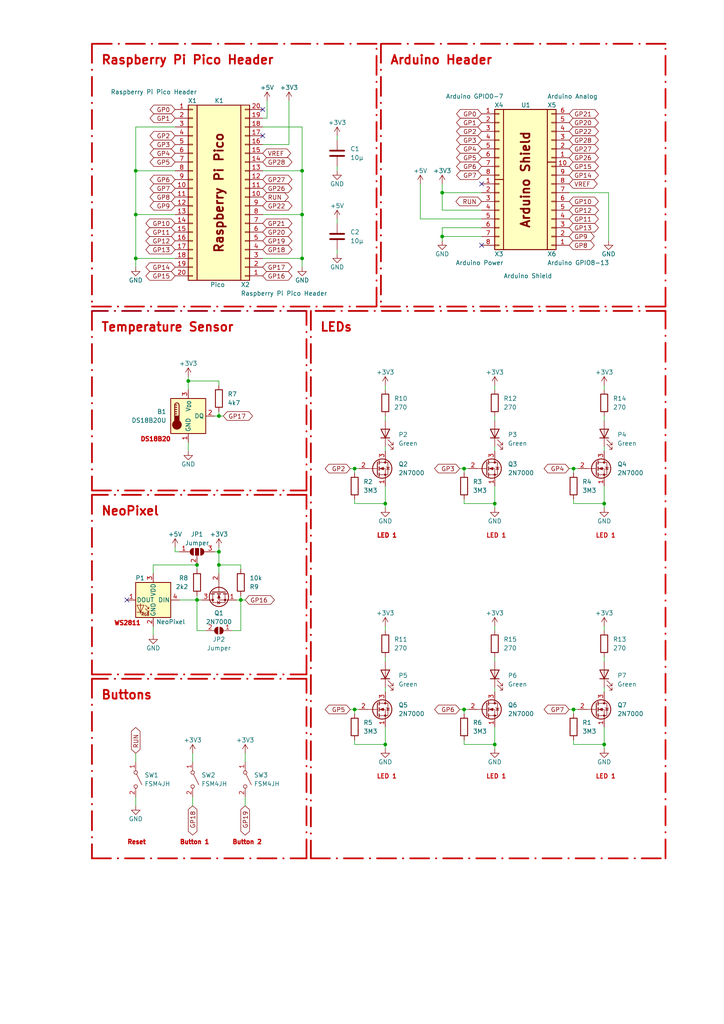
<source format=kicad_sch>
(kicad_sch (version 20230121) (generator eeschema)
  (paper "A4" portrait)
  (title_block (title "Raspberry Pi Pico \\nArduino Shield") (date "2023-09-11") (rev "V1.0") (company "Hochschule Anhalt - University of Applied Sciences") (comment 1 "Schematic") (comment 2 "Tobias Müller, M.Eng.") (comment 3 "Tobias Müller M.Eng.") (comment 4 "Schematic-Design") (comment 5 "ready to manufacture") (comment 6 "EMW | ES-LAB") (comment 7 "DIN 40719-2, DIN EN 60664-1,\\nDIN EN 61010-1") (comment 8 "EN"))
  (junction (at 69.85 173.99))
  (junction (at 63.5 120.65))
  (junction (at 57.15 173.99))
  (junction (at 87.63 74.93))
  (junction (at 166.37 135.89))
  (junction (at 63.5 163.83))
  (junction (at 128.27 55.88))
  (junction (at 39.37 62.23))
  (junction (at 39.37 49.53))
  (junction (at 39.37 74.93))
  (junction (at 57.15 163.83))
  (junction (at 143.51 146.05))
  (junction (at 87.63 49.53))
  (junction (at 128.27 68.58))
  (junction (at 166.37 205.74))
  (junction (at 111.76 146.05))
  (junction (at 134.62 135.89))
  (junction (at 111.76 215.9))
  (junction (at 54.61 110.49))
  (junction (at 143.51 215.9))
  (junction (at 175.26 215.9))
  (junction (at 134.62 205.74))
  (junction (at 175.26 146.05))
  (junction (at 102.87 135.89))
  (junction (at 63.5 160.02))
  (junction (at 87.63 62.23))
  (junction (at 102.87 205.74))
  (no_connect (at 76.2 31.75))
  (no_connect (at 36.83 173.99))
  (no_connect (at 76.2 39.37))
  (no_connect (at 139.7 53.34))
  (no_connect (at 139.7 71.12))
  (polyline (pts (xy 26.67 90.17) (xy 26.67 142.24)) (stroke (width 0.5) (type dash_dot) (color 194 0 0 1)))
  (wire (pts (xy 63.5 120.65) (xy 64.77 120.65)))
  (wire (pts (xy 111.76 147.32) (xy 111.76 146.05)))
  (wire (pts (xy 121.92 63.5) (xy 121.92 53.34)))
  (wire (pts (xy 39.37 77.47) (xy 39.37 74.93)))
  (wire (pts (xy 54.61 128.27) (xy 54.61 130.81)))
  (wire (pts (xy 57.15 182.88) (xy 59.69 182.88)))
  (wire (pts (xy 87.63 36.83) (xy 87.63 49.53)))
  (wire (pts (xy 175.26 120.65) (xy 175.26 121.92)))
  (wire (pts (xy 69.85 165.1) (xy 69.85 163.83)))
  (wire (pts (xy 69.85 163.83) (xy 63.5 163.83)))
  (polyline (pts (xy 26.67 88.9) (xy 109.22 88.9)) (stroke (width 0.5) (type dash_dot) (color 194 0 0 1)))
  (polyline (pts (xy 193.04 88.9) (xy 193.04 12.7)) (stroke (width 0.5) (type dash_dot) (color 194 0 0 1)))
  (wire (pts (xy 102.87 205.74) (xy 102.87 207.01)))
  (wire (pts (xy 63.5 158.75) (xy 63.5 160.02)))
  (wire (pts (xy 143.51 181.61) (xy 143.51 182.88)))
  (wire (pts (xy 143.51 146.05) (xy 143.51 140.97)))
  (wire (pts (xy 111.76 210.82) (xy 111.76 215.9)))
  (polyline (pts (xy 193.04 90.17) (xy 90.17 90.17)) (stroke (width 0.5) (type dash_dot) (color 194 0 0 1)))
  (wire (pts (xy 175.26 146.05) (xy 175.26 140.97)))
  (polyline (pts (xy 110.49 88.9) (xy 193.04 88.9)) (stroke (width 0.5) (type dash_dot) (color 194 0 0 1)))
  (polyline (pts (xy 88.9 90.17) (xy 26.67 90.17)) (stroke (width 0.5) (type dash_dot) (color 162 0 24 1)))
  (wire (pts (xy 54.61 109.22) (xy 54.61 110.49)))
  (wire (pts (xy 57.15 173.99) (xy 57.15 182.88)))
  (wire (pts (xy 134.62 144.78) (xy 134.62 146.05)))
  (wire (pts (xy 55.88 231.14) (xy 55.88 233.68)))
  (wire (pts (xy 128.27 66.04) (xy 128.27 68.58)))
  (wire (pts (xy 97.79 49.53) (xy 97.79 48.26)))
  (wire (pts (xy 62.23 120.65) (xy 63.5 120.65)))
  (polyline (pts (xy 90.17 248.92) (xy 193.04 248.92)) (stroke (width 0.5) (type dash_dot) (color 194 0 0 1)))
  (polyline (pts (xy 88.9 196.85) (xy 26.67 196.85)) (stroke (width 0.5) (type dash_dot) (color 194 0 0 1)))
  (wire (pts (xy 134.62 214.63) (xy 134.62 215.9)))
  (wire (pts (xy 175.26 217.17) (xy 175.26 215.9)))
  (wire (pts (xy 134.62 146.05) (xy 143.51 146.05)))
  (wire (pts (xy 134.62 205.74) (xy 134.62 207.01)))
  (wire (pts (xy 76.2 62.23) (xy 87.63 62.23)))
  (wire (pts (xy 143.51 217.17) (xy 143.51 215.9)))
  (wire (pts (xy 111.76 129.54) (xy 111.76 130.81)))
  (wire (pts (xy 87.63 49.53) (xy 87.63 62.23)))
  (polyline (pts (xy 26.67 196.85) (xy 26.67 248.92)) (stroke (width 0.5) (type dash_dot) (color 194 0 0 1)))
  (wire (pts (xy 76.2 74.93) (xy 87.63 74.93)))
  (wire (pts (xy 128.27 68.58) (xy 128.27 69.85)))
  (wire (pts (xy 139.7 60.96) (xy 128.27 60.96)))
  (wire (pts (xy 143.51 147.32) (xy 143.51 146.05)))
  (polyline (pts (xy 88.9 195.58) (xy 88.9 143.51)) (stroke (width 0.5) (type dash_dot) (color 194 0 0 1)))
  (wire (pts (xy 102.87 146.05) (xy 111.76 146.05)))
  (wire (pts (xy 39.37 218.44) (xy 39.37 220.98)))
  (wire (pts (xy 166.37 135.89) (xy 167.64 135.89)))
  (wire (pts (xy 63.5 110.49) (xy 63.5 111.76)))
  (wire (pts (xy 176.53 69.85) (xy 176.53 55.88)))
  (wire (pts (xy 97.79 73.66) (xy 97.79 72.39)))
  (wire (pts (xy 175.26 199.39) (xy 175.26 200.66)))
  (wire (pts (xy 133.35 205.74) (xy 134.62 205.74)))
  (wire (pts (xy 111.76 217.17) (xy 111.76 215.9)))
  (polyline (pts (xy 110.49 12.7) (xy 110.49 88.9)) (stroke (width 0.5) (type dash_dot) (color 194 0 0 1)))
  (wire (pts (xy 63.5 163.83) (xy 63.5 166.37)))
  (wire (pts (xy 44.45 163.83) (xy 57.15 163.83)))
  (wire (pts (xy 71.12 231.14) (xy 71.12 233.68)))
  (wire (pts (xy 139.7 66.04) (xy 128.27 66.04)))
  (wire (pts (xy 143.51 190.5) (xy 143.51 191.77)))
  (polyline (pts (xy 109.22 12.7) (xy 26.67 12.7)) (stroke (width 0.5) (type dash_dot) (color 194 0 0 1)))
  (wire (pts (xy 111.76 190.5) (xy 111.76 191.77)))
  (wire (pts (xy 55.88 218.44) (xy 55.88 220.98)))
  (wire (pts (xy 175.26 215.9) (xy 175.26 210.82)))
  (wire (pts (xy 97.79 39.37) (xy 97.79 40.64)))
  (polyline (pts (xy 193.04 12.7) (xy 110.49 12.7)) (stroke (width 0.5) (type dash_dot) (color 194 0 0 1)))
  (wire (pts (xy 139.7 63.5) (xy 121.92 63.5)))
  (wire (pts (xy 69.85 182.88) (xy 67.31 182.88)))
  (wire (pts (xy 39.37 62.23) (xy 39.37 74.93)))
  (wire (pts (xy 83.82 41.91) (xy 83.82 29.21)))
  (wire (pts (xy 76.2 41.91) (xy 83.82 41.91)))
  (wire (pts (xy 87.63 77.47) (xy 87.63 74.93)))
  (wire (pts (xy 54.61 110.49) (xy 63.5 110.49)))
  (wire (pts (xy 111.76 111.76) (xy 111.76 113.03)))
  (wire (pts (xy 166.37 205.74) (xy 166.37 207.01)))
  (wire (pts (xy 133.35 135.89) (xy 134.62 135.89)))
  (wire (pts (xy 143.51 111.76) (xy 143.51 113.03)))
  (wire (pts (xy 102.87 144.78) (xy 102.87 146.05)))
  (wire (pts (xy 111.76 199.39) (xy 111.76 200.66)))
  (wire (pts (xy 176.53 55.88) (xy 165.1 55.88)))
  (polyline (pts (xy 88.9 143.51) (xy 26.67 143.51)) (stroke (width 0.5) (type dash_dot) (color 194 0 0 1)))
  (wire (pts (xy 134.62 135.89) (xy 134.62 137.16)))
  (wire (pts (xy 134.62 135.89) (xy 135.89 135.89)))
  (wire (pts (xy 52.07 160.02) (xy 50.8 160.02)))
  (wire (pts (xy 102.87 215.9) (xy 102.87 214.63)))
  (wire (pts (xy 57.15 172.72) (xy 57.15 173.99)))
  (wire (pts (xy 166.37 214.63) (xy 166.37 215.9)))
  (wire (pts (xy 143.51 199.39) (xy 143.51 200.66)))
  (polyline (pts (xy 193.04 248.92) (xy 193.04 90.17)) (stroke (width 0.5) (type dash_dot) (color 194 0 0 1)))
  (polyline (pts (xy 26.67 143.51) (xy 26.67 195.58)) (stroke (width 0.5) (type dash_dot) (color 194 0 0 1)))
  (wire (pts (xy 39.37 36.83) (xy 39.37 49.53)))
  (wire (pts (xy 166.37 146.05) (xy 175.26 146.05)))
  (wire (pts (xy 62.23 160.02) (xy 63.5 160.02)))
  (wire (pts (xy 111.76 215.9) (xy 102.87 215.9)))
  (wire (pts (xy 166.37 215.9) (xy 175.26 215.9)))
  (wire (pts (xy 57.15 173.99) (xy 58.42 173.99)))
  (wire (pts (xy 175.26 129.54) (xy 175.26 130.81)))
  (wire (pts (xy 175.26 111.76) (xy 175.26 113.03)))
  (wire (pts (xy 101.6 135.89) (xy 102.87 135.89)))
  (wire (pts (xy 128.27 55.88) (xy 139.7 55.88)))
  (wire (pts (xy 128.27 60.96) (xy 128.27 55.88)))
  (wire (pts (xy 166.37 205.74) (xy 167.64 205.74)))
  (wire (pts (xy 175.26 147.32) (xy 175.26 146.05)))
  (wire (pts (xy 44.45 166.37) (xy 44.45 163.83)))
  (wire (pts (xy 69.85 173.99) (xy 69.85 182.88)))
  (wire (pts (xy 44.45 184.15) (xy 44.45 181.61)))
  (wire (pts (xy 111.76 146.05) (xy 111.76 140.97)))
  (polyline (pts (xy 26.67 248.92) (xy 88.9 248.92)) (stroke (width 0.5) (type dash_dot) (color 194 0 0 1)))
  (wire (pts (xy 50.8 36.83) (xy 39.37 36.83)))
  (polyline (pts (xy 26.67 142.24) (xy 88.9 142.24)) (stroke (width 0.5) (type dash_dot) (color 194 0 0 1)))
  (polyline (pts (xy 88.9 142.24) (xy 88.9 90.17)) (stroke (width 0.5) (type dash_dot) (color 194 0 0 1)))
  (wire (pts (xy 165.1 205.74) (xy 166.37 205.74)))
  (wire (pts (xy 50.8 49.53) (xy 39.37 49.53)))
  (wire (pts (xy 102.87 135.89) (xy 104.14 135.89)))
  (wire (pts (xy 50.8 74.93) (xy 39.37 74.93)))
  (wire (pts (xy 166.37 135.89) (xy 165.1 135.89)))
  (wire (pts (xy 143.51 129.54) (xy 143.51 130.81)))
  (wire (pts (xy 111.76 181.61) (xy 111.76 182.88)))
  (wire (pts (xy 39.37 231.14) (xy 39.37 233.68)))
  (wire (pts (xy 50.8 160.02) (xy 50.8 158.75)))
  (wire (pts (xy 63.5 119.38) (xy 63.5 120.65)))
  (wire (pts (xy 50.8 62.23) (xy 39.37 62.23)))
  (wire (pts (xy 166.37 137.16) (xy 166.37 135.89)))
  (wire (pts (xy 111.76 120.65) (xy 111.76 121.92)))
  (wire (pts (xy 175.26 190.5) (xy 175.26 191.77)))
  (wire (pts (xy 134.62 205.74) (xy 135.89 205.74)))
  (wire (pts (xy 76.2 36.83) (xy 87.63 36.83)))
  (wire (pts (xy 143.51 215.9) (xy 143.51 210.82)))
  (wire (pts (xy 101.6 205.74) (xy 102.87 205.74)))
  (polyline (pts (xy 26.67 195.58) (xy 88.9 195.58)) (stroke (width 0.5) (type dash_dot) (color 194 0 0 1)))
  (wire (pts (xy 143.51 120.65) (xy 143.51 121.92)))
  (wire (pts (xy 68.58 173.99) (xy 69.85 173.99)))
  (wire (pts (xy 71.12 218.44) (xy 71.12 220.98)))
  (wire (pts (xy 69.85 172.72) (xy 69.85 173.99)))
  (wire (pts (xy 52.07 173.99) (xy 57.15 173.99)))
  (wire (pts (xy 57.15 163.83) (xy 57.15 165.1)))
  (wire (pts (xy 134.62 215.9) (xy 143.51 215.9)))
  (polyline (pts (xy 90.17 90.17) (xy 90.17 248.92)) (stroke (width 0.5) (type dash_dot) (color 194 0 0 1)))
  (wire (pts (xy 175.26 181.61) (xy 175.26 182.88)))
  (wire (pts (xy 128.27 53.34) (xy 128.27 55.88)))
  (wire (pts (xy 102.87 205.74) (xy 104.14 205.74)))
  (polyline (pts (xy 88.9 248.92) (xy 88.9 196.85)) (stroke (width 0.5) (type dash_dot) (color 194 0 0 1)))
  (wire (pts (xy 87.63 62.23) (xy 87.63 74.93)))
  (wire (pts (xy 97.79 63.5) (xy 97.79 64.77)))
  (wire (pts (xy 166.37 144.78) (xy 166.37 146.05)))
  (polyline (pts (xy 109.22 88.9) (xy 109.22 12.7)) (stroke (width 0.5) (type dash_dot) (color 194 0 0 1)))
  (wire (pts (xy 76.2 49.53) (xy 87.63 49.53)))
  (polyline (pts (xy 26.67 12.7) (xy 26.67 88.9)) (stroke (width 0.5) (type dash_dot) (color 194 0 0 1)))
  (wire (pts (xy 63.5 160.02) (xy 63.5 163.83)))
  (wire (pts (xy 77.47 29.21) (xy 77.47 34.29)))
  (wire (pts (xy 102.87 135.89) (xy 102.87 137.16)))
  (wire (pts (xy 54.61 110.49) (xy 54.61 113.03)))
  (wire (pts (xy 39.37 49.53) (xy 39.37 62.23)))
  (wire (pts (xy 69.85 173.99) (xy 71.12 173.99)))
  (wire (pts (xy 77.47 34.29) (xy 76.2 34.29)))
  (wire (pts (xy 139.7 68.58) (xy 128.27 68.58)))
  (text "Button 2" (at 67.31 245.11 0) (effects (font (size 1.27 1.27) (thickness 0.508) bold) (justify left bottom)))
  (text "Buttons" (at 29.21 203.2 0) (effects (font (size 2.54 2.54) (thickness 0.508) bold) (justify left bottom)))
  (text "LED 1" (at 172.72 156.21 0) (effects (font (size 1.27 1.27) (thickness 0.254) bold) (justify left bottom)))
  (text "Arduino Header" (at 113.03 19.05 0) (effects (font (size 2.54 2.54) (thickness 0.508) bold) (justify left bottom)))
  (text "LED 1" (at 140.97 226.06 0) (effects (font (size 1.27 1.27) (thickness 0.254) bold) (justify left bottom)))
  (text "LED 1" (at 172.72 226.06 0) (effects (font (size 1.27 1.27) (thickness 0.254) bold) (justify left bottom)))
  (text "WS2811" (at 33.02 181.61 0) (effects (font (size 1.27 1.27) (thickness 0.508) bold) (justify left bottom)))
  (text "Button 1" (at 52.07 245.11 0) (effects (font (size 1.27 1.27) (thickness 0.508) bold) (justify left bottom)))
  (text "LED 1" (at 140.97 156.21 0) (effects (font (size 1.27 1.27) (thickness 0.254) bold) (justify left bottom)))
  (text "LED 1" (at 109.22 226.06 0) (effects (font (size 1.27 1.27) (thickness 0.254) bold) (justify left bottom)))
  (text "Reset" (at 36.83 245.11 0) (effects (font (size 1.27 1.27) (thickness 0.508) bold) (justify left bottom)))
  (text "Temperature Sensor" (at 29.21 96.52 0) (effects (font (size 2.54 2.54) (thickness 0.508) bold) (justify left bottom)))
  (text "NeoPixel" (at 29.21 149.86 0) (effects (font (size 2.54 2.54) (thickness 0.508) bold) (justify left bottom)))
  (text "LED 1" (at 109.22 156.21 0) (effects (font (size 1.27 1.27) (thickness 0.508) bold) (justify left bottom)))
  (text "DS18B20" (at 40.64 128.27 0) (effects (font (size 1.27 1.27) (thickness 0.508) bold) (justify left bottom)))
  (text "Raspberry Pi Pico Header" (at 29.21 19.05 0) (effects (font (size 2.54 2.54) (thickness 0.508) bold) (justify left bottom)))
  (text "LEDs" (at 92.71 96.52 0) (effects (font (size 2.54 2.54) (thickness 0.508) bold) (justify left bottom)))
  (global_label "GP2" (shape bidirectional) (at 101.6 135.89 180) (property "Intersheetrefs" "${INTERSHEET_REFS}" (at 93.754 135.89 0) (effects (justify right))))
  (global_label "GP20" (shape bidirectional) (at 165.1 35.56 0) (property "Intersheetrefs" "${INTERSHEET_REFS}" (at 174.1555 35.56 0) (effects (justify left))))
  (global_label "GP4" (shape bidirectional) (at 139.7 43.18 180) (property "Intersheetrefs" "${INTERSHEET_REFS}" (at 131.854 43.18 0) (effects (justify right))))
  (global_label "GP14" (shape bidirectional) (at 50.8 77.47 180) (property "Intersheetrefs" "${INTERSHEET_REFS}" (at 41.7445 77.47 0) (effects (justify right))))
  (global_label "GP5" (shape bidirectional) (at 50.8 46.99 180) (property "Intersheetrefs" "${INTERSHEET_REFS}" (at 42.954 46.99 0) (effects (justify right))))
  (global_label "RUN" (shape bidirectional) (at 139.7 58.42 180) (property "Intersheetrefs" "${INTERSHEET_REFS}" (at 131.6725 58.42 0) (effects (justify right))))
  (global_label "GP28" (shape bidirectional) (at 76.2 46.99 0) (property "Intersheetrefs" "${INTERSHEET_REFS}" (at 85.2555 46.99 0) (effects (justify left))))
  (global_label "GP15" (shape bidirectional) (at 165.1 48.26 0) (property "Intersheetrefs" "${INTERSHEET_REFS}" (at 174.1555 48.26 0) (effects (justify left))))
  (global_label "GP27" (shape bidirectional) (at 76.2 52.07 0) (property "Intersheetrefs" "${INTERSHEET_REFS}" (at 85.2555 52.07 0) (effects (justify left))))
  (global_label "GP12" (shape bidirectional) (at 50.8 69.85 180) (property "Intersheetrefs" "${INTERSHEET_REFS}" (at 41.7445 69.85 0) (effects (justify right))))
  (global_label "GP4" (shape bidirectional) (at 165.1 135.89 180) (property "Intersheetrefs" "${INTERSHEET_REFS}" (at 157.254 135.89 0) (effects (justify right))))
  (global_label "GP28" (shape bidirectional) (at 165.1 40.64 0) (property "Intersheetrefs" "${INTERSHEET_REFS}" (at 174.1555 40.64 0) (effects (justify left))))
  (global_label "GP17" (shape bidirectional) (at 64.77 120.65 0) (property "Intersheetrefs" "${INTERSHEET_REFS}" (at 73.8255 120.65 0) (effects (justify left))))
  (global_label "GP21" (shape bidirectional) (at 165.1 33.02 0) (property "Intersheetrefs" "${INTERSHEET_REFS}" (at 174.1555 33.02 0) (effects (justify left))))
  (global_label "GP3" (shape bidirectional) (at 133.35 135.89 180) (property "Intersheetrefs" "${INTERSHEET_REFS}" (at 125.504 135.89 0) (effects (justify right))))
  (global_label "GP16" (shape bidirectional) (at 76.2 80.01 0) (property "Intersheetrefs" "${INTERSHEET_REFS}" (at 85.2555 80.01 0) (effects (justify left))))
  (global_label "GP22" (shape bidirectional) (at 76.2 59.69 0) (property "Intersheetrefs" "${INTERSHEET_REFS}" (at 85.2555 59.69 0) (effects (justify left))))
  (global_label "GP8" (shape bidirectional) (at 165.1 71.12 0) (property "Intersheetrefs" "${INTERSHEET_REFS}" (at 172.946 71.12 0) (effects (justify left))))
  (global_label "GP6" (shape bidirectional) (at 139.7 48.26 180) (property "Intersheetrefs" "${INTERSHEET_REFS}" (at 131.854 48.26 0) (effects (justify right))))
  (global_label "GP11" (shape bidirectional) (at 50.8 67.31 180) (property "Intersheetrefs" "${INTERSHEET_REFS}" (at 41.7445 67.31 0) (effects (justify right))))
  (global_label "GP5" (shape bidirectional) (at 139.7 45.72 180) (property "Intersheetrefs" "${INTERSHEET_REFS}" (at 131.854 45.72 0) (effects (justify right))))
  (global_label "GP14" (shape bidirectional) (at 165.1 50.8 0) (property "Intersheetrefs" "${INTERSHEET_REFS}" (at 174.1555 50.8 0) (effects (justify left))))
  (global_label "VREF" (shape bidirectional) (at 165.1 53.34 0) (property "Intersheetrefs" "${INTERSHEET_REFS}" (at 173.7927 53.34 0) (effects (justify left))))
  (global_label "GP2" (shape bidirectional) (at 50.8 39.37 180) (property "Intersheetrefs" "${INTERSHEET_REFS}" (at 42.954 39.37 0) (effects (justify right))))
  (global_label "GP9" (shape bidirectional) (at 50.8 59.69 180) (property "Intersheetrefs" "${INTERSHEET_REFS}" (at 42.954 59.69 0) (effects (justify right))))
  (global_label "GP1" (shape bidirectional) (at 139.7 35.56 180) (property "Intersheetrefs" "${INTERSHEET_REFS}" (at 131.854 35.56 0) (effects (justify right))))
  (global_label "GP8" (shape bidirectional) (at 50.8 57.15 180) (property "Intersheetrefs" "${INTERSHEET_REFS}" (at 42.954 57.15 0) (effects (justify right))))
  (global_label "GP5" (shape bidirectional) (at 101.6 205.74 180) (property "Intersheetrefs" "${INTERSHEET_REFS}" (at 93.754 205.74 0) (effects (justify right))))
  (global_label "GP22" (shape bidirectional) (at 165.1 38.1 0) (property "Intersheetrefs" "${INTERSHEET_REFS}" (at 174.1555 38.1 0) (effects (justify left))))
  (global_label "GP11" (shape bidirectional) (at 165.1 63.5 0) (property "Intersheetrefs" "${INTERSHEET_REFS}" (at 174.1555 63.5 0) (effects (justify left))))
  (global_label "RUN" (shape bidirectional) (at 39.37 218.44 90) (property "Intersheetrefs" "${INTERSHEET_REFS}" (at 39.37 210.4125 90) (effects (justify left))))
  (global_label "GP21" (shape bidirectional) (at 76.2 64.77 0) (property "Intersheetrefs" "${INTERSHEET_REFS}" (at 85.2555 64.77 0) (effects (justify left))))
  (global_label "GP19" (shape bidirectional) (at 76.2 69.85 0) (property "Intersheetrefs" "${INTERSHEET_REFS}" (at 85.2555 69.85 0) (effects (justify left))))
  (global_label "GP17" (shape bidirectional) (at 76.2 77.47 0) (property "Intersheetrefs" "${INTERSHEET_REFS}" (at 85.2555 77.47 0) (effects (justify left))))
  (global_label "GP7" (shape bidirectional) (at 139.7 50.8 180) (property "Intersheetrefs" "${INTERSHEET_REFS}" (at 131.854 50.8 0) (effects (justify right))))
  (global_label "VREF" (shape bidirectional) (at 76.2 44.45 0) (property "Intersheetrefs" "${INTERSHEET_REFS}" (at 84.8927 44.45 0) (effects (justify left))))
  (global_label "GP16" (shape bidirectional) (at 71.12 173.99 0) (property "Intersheetrefs" "${INTERSHEET_REFS}" (at 80.1755 173.99 0) (effects (justify left))))
  (global_label "GP2" (shape bidirectional) (at 139.7 38.1 180) (property "Intersheetrefs" "${INTERSHEET_REFS}" (at 131.854 38.1 0) (effects (justify right))))
  (global_label "GP20" (shape bidirectional) (at 76.2 67.31 0) (property "Intersheetrefs" "${INTERSHEET_REFS}" (at 85.2555 67.31 0) (effects (justify left))))
  (global_label "GP3" (shape bidirectional) (at 139.7 40.64 180) (property "Intersheetrefs" "${INTERSHEET_REFS}" (at 131.854 40.64 0) (effects (justify right))))
  (global_label "GP6" (shape bidirectional) (at 50.8 52.07 180) (property "Intersheetrefs" "${INTERSHEET_REFS}" (at 42.954 52.07 0) (effects (justify right))))
  (global_label "GP19" (shape bidirectional) (at 71.12 233.68 270) (property "Intersheetrefs" "${INTERSHEET_REFS}" (at 71.12 242.7355 90) (effects (justify right))))
  (global_label "GP0" (shape bidirectional) (at 50.8 31.75 180) (property "Intersheetrefs" "${INTERSHEET_REFS}" (at 42.954 31.75 0) (effects (justify right))))
  (global_label "GP0" (shape bidirectional) (at 139.7 33.02 180) (property "Intersheetrefs" "${INTERSHEET_REFS}" (at 131.854 33.02 0) (effects (justify right))))
  (global_label "GP10" (shape bidirectional) (at 165.1 58.42 0) (property "Intersheetrefs" "${INTERSHEET_REFS}" (at 174.1555 58.42 0) (effects (justify left))))
  (global_label "GP7" (shape bidirectional) (at 165.1 205.74 180) (property "Intersheetrefs" "${INTERSHEET_REFS}" (at 157.254 205.74 0) (effects (justify right))))
  (global_label "GP4" (shape bidirectional) (at 50.8 44.45 180) (property "Intersheetrefs" "${INTERSHEET_REFS}" (at 42.954 44.45 0) (effects (justify right))))
  (global_label "GP15" (shape bidirectional) (at 50.8 80.01 180) (property "Intersheetrefs" "${INTERSHEET_REFS}" (at 41.7445 80.01 0) (effects (justify right))))
  (global_label "GP18" (shape bidirectional) (at 76.2 72.39 0) (property "Intersheetrefs" "${INTERSHEET_REFS}" (at 85.2555 72.39 0) (effects (justify left))))
  (global_label "GP7" (shape bidirectional) (at 50.8 54.61 180) (property "Intersheetrefs" "${INTERSHEET_REFS}" (at 42.954 54.61 0) (effects (justify right))))
  (global_label "GP1" (shape bidirectional) (at 50.8 34.29 180) (property "Intersheetrefs" "${INTERSHEET_REFS}" (at 42.954 34.29 0) (effects (justify right))))
  (global_label "GP6" (shape bidirectional) (at 133.35 205.74 180) (property "Intersheetrefs" "${INTERSHEET_REFS}" (at 125.504 205.74 0) (effects (justify right))))
  (global_label "GP3" (shape bidirectional) (at 50.8 41.91 180) (property "Intersheetrefs" "${INTERSHEET_REFS}" (at 42.954 41.91 0) (effects (justify right))))
  (global_label "RUN" (shape bidirectional) (at 76.2 57.15 0) (property "Intersheetrefs" "${INTERSHEET_REFS}" (at 84.2275 57.15 0) (effects (justify left))))
  (global_label "GP18" (shape bidirectional) (at 55.88 233.68 270) (property "Intersheetrefs" "${INTERSHEET_REFS}" (at 55.88 242.7355 90) (effects (justify right))))
  (global_label "GP27" (shape bidirectional) (at 165.1 43.18 0) (property "Intersheetrefs" "${INTERSHEET_REFS}" (at 174.1555 43.18 0) (effects (justify left))))
  (global_label "GP13" (shape bidirectional) (at 165.1 66.04 0) (property "Intersheetrefs" "${INTERSHEET_REFS}" (at 174.1555 66.04 0) (effects (justify left))))
  (global_label "GP10" (shape bidirectional) (at 50.8 64.77 180) (property "Intersheetrefs" "${INTERSHEET_REFS}" (at 41.7445 64.77 0) (effects (justify right))))
  (global_label "GP26" (shape bidirectional) (at 76.2 54.61 0) (property "Intersheetrefs" "${INTERSHEET_REFS}" (at 85.2555 54.61 0) (effects (justify left))))
  (global_label "GP9" (shape bidirectional) (at 165.1 68.58 0) (property "Intersheetrefs" "${INTERSHEET_REFS}" (at 172.946 68.58 0) (effects (justify left))))
  (global_label "GP12" (shape bidirectional) (at 165.1 60.96 0) (property "Intersheetrefs" "${INTERSHEET_REFS}" (at 174.1555 60.96 0) (effects (justify left))))
  (global_label "GP26" (shape bidirectional) (at 165.1 45.72 0) (property "Intersheetrefs" "${INTERSHEET_REFS}" (at 174.1555 45.72 0) (effects (justify left))))
  (global_label "GP13" (shape bidirectional) (at 50.8 72.39 180) (property "Intersheetrefs" "${INTERSHEET_REFS}" (at 41.7445 72.39 0) (effects (justify right))))
  (symbol (lib_id "Pico_Adapter:MOSFET 2N7000") (at 109.22 135.89 0) (unit 1)
    (property "Reference" "Q2" (at 115.57 134.62 0) (effects (justify left)))
    (property "Value" "2N7000" (at 115.57 137.16 0) (effects (justify left)))
    (property "Footprint" "Package_TO_SOT_THT:TO-92_Inline_Wide" (effects hide))
    (property "Datasheet" "https://www.mouser.de/datasheet/2/308/NDS7002A_D-1522662.pdf" (effects hide))
    (property "Hersteller-Nr." "2N7000BU" (effects hide))
    (property "Mouser-Nr." "512-2N7000BU" (effects hide))
  )
  (symbol (lib_id "power:GND") (at 175.26 147.32 0) (unit 1)
    (property "Reference" "#PWR017" (effects hide))
    (property "Value" "GND" (at 175.26 151.13 0))
  )
  (symbol (lib_id "Pico_Adapter:LED Green 3mm") (at 111.76 125.73 90) (unit 1)
    (property "Reference" "P2" (at 115.57 126.0475 90) (effects (justify right)))
    (property "Value" "Green" (at 115.57 128.5875 90) (effects (justify right)))
    (property "Footprint" "LED_THT:LED_D3.0mm" (effects hide))
    (property "Datasheet" "https://www.mouser.de/datasheet/2/216/WP710A10GT-231723.pdf" (effects hide))
    (property "Hersteller-Nr." "WP710A10GT" (effects hide))
    (property "Mouser-Nr." "604-WP710A10GT" (effects hide))
  )
  (symbol (lib_id "Pico_Adapter:MOSFET 2N7000") (at 140.97 205.74 0) (unit 1)
    (property "Reference" "Q6" (at 147.32 204.47 0) (effects (justify left)))
    (property "Value" "2N7000" (at 147.32 207.01 0) (effects (justify left)))
    (property "Footprint" "Package_TO_SOT_THT:TO-92_Inline_Wide" (effects hide))
    (property "Datasheet" "https://www.mouser.de/datasheet/2/308/NDS7002A_D-1522662.pdf" (effects hide))
    (property "Hersteller-Nr." "2N7000BU" (effects hide))
    (property "Mouser-Nr." "512-2N7000BU" (effects hide))
  )
  (symbol (lib_id "Pico_Adapter:Raspberry_Pi_Pico") (at 63.5 55.88 0) (unit 1)
    (property "Reference" "K1" (at 62.23 29.21 0) (effects (justify left)))
    (property "Value" "Pico" (at 60.96 82.55 0) (effects (justify left)))
    (property "Footprint" "Pico Adapter:Raspberry Pi Pico" (effects hide))
    (property "Datasheet" "https://datasheets.raspberrypi.com/pico/pico-datasheet.pdf" (effects hide))
    (property "Hersteller-Nr." "SC0915" (effects hide))
    (property "Mouser-Nr." "358-SC0915" (effects hide))
  )
  (symbol (lib_id "Pico_Adapter:MOSFET 2N7000") (at 140.97 135.89 0) (unit 1)
    (property "Reference" "Q3" (at 147.32 134.62 0) (effects (justify left)))
    (property "Value" "2N7000" (at 147.32 137.16 0) (effects (justify left)))
    (property "Footprint" "Package_TO_SOT_THT:TO-92_Inline_Wide" (effects hide))
    (property "Datasheet" "https://www.mouser.de/datasheet/2/308/NDS7002A_D-1522662.pdf" (effects hide))
    (property "Hersteller-Nr." "2N7000BU" (effects hide))
    (property "Mouser-Nr." "512-2N7000BU" (effects hide))
  )
  (symbol (lib_id "power:+3V3") (at 111.76 111.76 0) (unit 1)
    (property "Reference" "#PWR023" (effects hide))
    (property "Value" "+3V3" (at 111.76 107.95 0))
  )
  (symbol (lib_id "Pico_Adapter:LED NeoPixel 5mm") (at 44.45 173.99 0) (mirror y) (unit 1)
    (property "Reference" "P1" (at 40.64 167.64 0))
    (property "Value" "NeoPixel" (at 49.53 180.34 0))
    (property "Footprint" "Pico Adapter:LED_D5.0mm-4_RGB" (effects hide))
    (property "Datasheet" "https://www.adafruit.com/product/1938" (effects hide))
    (property "Hersteller-Nr." "COM-12986" (effects hide))
    (property "Mouser-Nr." "474-COM-12986" (effects hide))
  )
  (symbol (lib_id "Device:R") (at 143.51 116.84 0) (unit 1)
    (property "Reference" "R12" (at 146.05 115.57 0) (effects (justify left)))
    (property "Value" "270" (at 146.05 118.11 0) (effects (justify left)))
    (property "Footprint" "Resistor_THT:R_Axial_DIN0207_L6.3mm_D2.5mm_P10.16mm_Horizontal" (effects hide))
    (property "Datasheet" "https://www.mouser.de/datasheet/2/447/YAGEO_MFR_datasheet_2021v1-3003041.pdf" (effects hide))
    (property "Hersteller-Nr." "MFR-25FBF52-270R" (effects hide))
    (property "Mouser-Nr." "603-MFR-25FBF52-270R" (effects hide))
  )
  (symbol (lib_id "power:+3V3") (at 83.82 29.21 0) (unit 1)
    (property "Reference" "#PWR05" (effects hide))
    (property "Value" "+3V3" (at 83.82 25.4 0))
  )
  (symbol (lib_id "power:GND") (at 39.37 77.47 0) (mirror y) (unit 1)
    (property "Reference" "#PWR06" (effects hide))
    (property "Value" "GND" (at 39.37 81.28 0))
  )
  (symbol (lib_id "power:+3V3") (at 97.79 39.37 0) (unit 1)
    (property "Reference" "#PWR029" (effects hide))
    (property "Value" "+3V3" (at 97.79 35.56 0))
  )
  (symbol (lib_id "power:GND") (at 143.51 147.32 0) (unit 1)
    (property "Reference" "#PWR018" (effects hide))
    (property "Value" "GND" (at 143.51 151.13 0))
  )
  (symbol (lib_id "power:+3V3") (at 63.5 158.75 0) (unit 1)
    (property "Reference" "#PWR015" (effects hide))
    (property "Value" "+3V3" (at 63.5 154.94 0))
  )
  (symbol (lib_id "power:+5V") (at 97.79 63.5 0) (unit 1)
    (property "Reference" "#PWR030" (effects hide))
    (property "Value" "+5V" (at 97.79 59.69 0))
  )
  (symbol (lib_id "Device:R") (at 166.37 210.82 0) (unit 1)
    (property "Reference" "R1" (at 168.91 209.55 0) (effects (justify left)))
    (property "Value" "3M3" (at 168.91 212.09 0) (effects (justify left)))
    (property "Footprint" "Resistor_THT:R_Axial_DIN0207_L6.3mm_D2.5mm_P10.16mm_Horizontal" (effects hide))
    (property "Datasheet" "https://www.mouser.de/datasheet/2/447/YAGEO_MFR_datasheet_2021v1-3003041.pdf" (effects hide))
    (property "Hersteller-Nr." "MFR-25FTE52-3M3" (effects hide))
    (property "Mouser-Nr." "603-MFR-25FTE52-3M3" (effects hide))
  )
  (symbol (lib_id "Device:R") (at 63.5 115.57 0) (unit 1)
    (property "Reference" "R7" (at 66.04 114.3 0) (effects (justify left)))
    (property "Value" "4k7" (at 66.04 116.84 0) (effects (justify left)))
    (property "Footprint" "Resistor_THT:R_Axial_DIN0207_L6.3mm_D2.5mm_P10.16mm_Horizontal" (effects hide))
    (property "Datasheet" "https://www.mouser.de/datasheet/2/447/YAGEO_MFR_datasheet_2021v1-3003041.pdf" (effects hide))
    (property "Hersteller-Nr." "MFR-25FRF52-4K7" (effects hide))
    (property "Mouser-Nr." "603-MFR-25FRF52-4K7" (effects hide))
  )
  (symbol (lib_id "Device:C") (at 97.79 44.45 0) (unit 1)
    (property "Reference" "C1" (at 101.6 43.18 0) (effects (justify left)))
    (property "Value" "10µ" (at 101.6 45.72 0) (effects (justify left)))
    (property "Footprint" "Capacitor_THT:C_Disc_D5.1mm_W3.2mm_P5.00mm" (effects hide))
    (property "Datasheet" "https://product.tdk.com/system/files/dam/doc/product/capacitor/ceramic/lead-mlcc/catalog/leadmlcc_halogenfree_fg_en.pdf?ref_disty=mouser" (effects hide))
    (property "Hersteller-Nr." "FG24X7R1A106KRT06" (effects hide))
    (property "Mouser-Nr." "810-FG24X7R1A106KRT6" (effects hide))
  )
  (symbol (lib_id "Pico_Adapter:Raspberry Pi Pico Header") (at 71.12 57.15 180) (unit 1)
    (property "Reference" "X2" (at 69.85 82.55 0) (effects (justify right)))
    (property "Value" "Raspberry Pi Pico Header" (at 57.15 26.67 0) (effects (justify left)))
    (property "Footprint" "Pico Adapter:Raspberry Pi Pico Header" (effects hide))
    (property "Datasheet" "https://www.mouser.de/datasheet/2/527/htsw_th-2854340.pdf" (effects hide))
    (property "Hersteller-Nr." "HTSW-120-10-T-S" (effects hide))
    (property "Mouser-Nr." "200-HTSW12010TS" (effects hide))
  )
  (symbol (lib_id "Device:C") (at 97.79 68.58 0) (unit 1)
    (property "Reference" "C2" (at 101.6 67.31 0) (effects (justify left)))
    (property "Value" "10µ" (at 101.6 69.85 0) (effects (justify left)))
    (property "Footprint" "Capacitor_THT:C_Disc_D5.1mm_W3.2mm_P5.00mm" (effects hide))
    (property "Datasheet" "https://product.tdk.com/system/files/dam/doc/product/capacitor/ceramic/lead-mlcc/catalog/leadmlcc_halogenfree_fg_en.pdf?ref_disty=mouser" (effects hide))
    (property "Hersteller-Nr." "FG24X7R1A106KRT06" (effects hide))
    (property "Mouser-Nr." "810-FG24X7R1A106KRT6" (effects hide))
  )
  (symbol (lib_id "Pico_Adapter:MOSFET 2N7000") (at 172.72 135.89 0) (unit 1)
    (property "Reference" "Q4" (at 179.07 134.62 0) (effects (justify left)))
    (property "Value" "2N7000" (at 179.07 137.16 0) (effects (justify left)))
    (property "Footprint" "Package_TO_SOT_THT:TO-92_Inline_Wide" (effects hide))
    (property "Datasheet" "https://www.mouser.de/datasheet/2/308/NDS7002A_D-1522662.pdf" (effects hide))
    (property "Hersteller-Nr." "2N7000BU" (effects hide))
    (property "Mouser-Nr." "512-2N7000BU" (effects hide))
  )
  (symbol (lib_id "power:GND") (at 111.76 147.32 0) (unit 1)
    (property "Reference" "#PWR022" (effects hide))
    (property "Value" "GND" (at 111.76 151.13 0))
  )
  (symbol (lib_id "Pico_Adapter:Micro_Switch_5mm") (at 39.37 226.06 270) (unit 1)
    (property "Reference" "SW1" (at 41.91 224.79 90) (effects (justify left)))
    (property "Value" "FSM4JH" (at 41.91 227.33 90) (effects (justify left)))
    (property "Footprint" "Button_Switch_THT:SW_PUSH_6mm_H5mm" (effects hide))
    (property "Datasheet" "https://www.mouser.de/datasheet/2/418/NG_CD_1825910_C10-679020.pdf" (effects hide))
    (property "Hersteller-Nr." "FSM4JH" (effects hide))
    (property "Mouser-Nr." "506-FSM4JH" (effects hide))
  )
  (symbol (lib_id "Pico_Adapter:LED Green 3mm") (at 175.26 195.58 90) (unit 1)
    (property "Reference" "P7" (at 179.07 195.8975 90) (effects (justify right)))
    (property "Value" "Green" (at 179.07 198.4375 90) (effects (justify right)))
    (property "Footprint" "LED_THT:LED_D3.0mm" (effects hide))
    (property "Datasheet" "https://www.mouser.de/datasheet/2/216/WP710A10GT-231723.pdf" (effects hide))
    (property "Hersteller-Nr." "WP710A10GT" (effects hide))
    (property "Mouser-Nr." "604-WP710A10GT" (effects hide))
  )
  (symbol (lib_id "power:GND") (at 143.51 217.17 0) (unit 1)
    (property "Reference" "#PWR019" (effects hide))
    (property "Value" "GND" (at 143.51 220.98 0))
  )
  (symbol (lib_id "Pico_Adapter:MOSFET 2N7000") (at 109.22 205.74 0) (unit 1)
    (property "Reference" "Q5" (at 115.57 204.47 0) (effects (justify left)))
    (property "Value" "2N7000" (at 115.57 207.01 0) (effects (justify left)))
    (property "Footprint" "Package_TO_SOT_THT:TO-92_Inline_Wide" (effects hide))
    (property "Datasheet" "https://www.mouser.de/datasheet/2/308/NDS7002A_D-1522662.pdf" (effects hide))
    (property "Hersteller-Nr." "2N7000BU" (effects hide))
    (property "Mouser-Nr." "512-2N7000BU" (effects hide))
  )
  (symbol (lib_id "Pico_Adapter:Micro_Switch_5mm") (at 71.12 226.06 270) (unit 1)
    (property "Reference" "SW3" (at 73.66 224.79 90) (effects (justify left)))
    (property "Value" "FSM4JH" (at 73.66 227.33 90) (effects (justify left)))
    (property "Footprint" "Button_Switch_THT:SW_PUSH_6mm_H5mm" (effects hide))
    (property "Datasheet" "https://www.mouser.de/datasheet/2/418/NG_CD_1825910_C10-679020.pdf" (effects hide))
    (property "Hersteller-Nr." "FSM4JH" (effects hide))
    (property "Mouser-Nr." "506-FSM4JH" (effects hide))
  )
  (symbol (lib_id "power:+3V3") (at 111.76 181.61 0) (unit 1)
    (property "Reference" "#PWR024" (effects hide))
    (property "Value" "+3V3" (at 111.76 177.8 0))
  )
  (symbol (lib_id "power:GND") (at 111.76 217.17 0) (unit 1)
    (property "Reference" "#PWR021" (effects hide))
    (property "Value" "GND" (at 111.76 220.98 0))
  )
  (symbol (lib_id "Pico_Adapter:Arduino Shield") (at 151.13 52.07 0) (unit 1) (in_bom no)
    (property "Reference" "U1" (at 151.13 30.48 0) (effects (justify left)))
    (property "Value" "Arduino Shield" (at 146.05 80.01 0) (effects (justify left)))
    (property "Footprint" "Pico Adapter:Arduino Shield" (effects hide))
    (property "Datasheet" "https://docs.arduino.cc/static/901e4b985af3bc16ef45a1e37d90b7c5/A000066-datasheet.pdf" (effects hide))
  )
  (symbol (lib_id "power:GND") (at 54.61 130.81 0) (unit 1)
    (property "Reference" "#PWR013" (effects hide))
    (property "Value" "GND" (at 54.61 134.62 0))
  )
  (symbol (lib_id "Jumper:SolderJumper_3_Open") (at 57.15 160.02 0) (unit 1) (in_bom no)
    (property "Reference" "JP1" (at 57.15 154.94 0))
    (property "Value" "Jumper" (at 57.15 157.48 0))
    (property "Footprint" "Pico Adapter:SolderJumper-3_P1.3mm_Open_RoundedPad1.0x1.5mm" (effects hide))
  )
  (symbol (lib_id "Pico_Adapter:LED Green 3mm") (at 175.26 125.73 90) (unit 1)
    (property "Reference" "P4" (at 179.07 126.0475 90) (effects (justify right)))
    (property "Value" "Green" (at 179.07 128.5875 90) (effects (justify right)))
    (property "Footprint" "LED_THT:LED_D3.0mm" (effects hide))
    (property "Datasheet" "https://www.mouser.de/datasheet/2/216/WP710A10GT-231723.pdf" (effects hide))
    (property "Hersteller-Nr." "WP710A10GT" (effects hide))
    (property "Mouser-Nr." "604-WP710A10GT" (effects hide))
  )
  (symbol (lib_id "Device:R") (at 175.26 116.84 0) (unit 1)
    (property "Reference" "R14" (at 177.8 115.57 0) (effects (justify left)))
    (property "Value" "270" (at 177.8 118.11 0) (effects (justify left)))
    (property "Footprint" "Resistor_THT:R_Axial_DIN0207_L6.3mm_D2.5mm_P10.16mm_Horizontal" (effects hide))
    (property "Datasheet" "https://www.mouser.de/datasheet/2/447/YAGEO_MFR_datasheet_2021v1-3003041.pdf" (effects hide))
    (property "Hersteller-Nr." "MFR-25FBF52-270R" (effects hide))
    (property "Mouser-Nr." "603-MFR-25FBF52-270R" (effects hide))
  )
  (symbol (lib_id "Connector_Generic:Conn_01x10") (at 160.02 60.96 180) (unit 1)
    (property "Reference" "X6" (at 158.75 73.66 0) (effects (justify right)))
    (property "Value" "Arduino GPIO8-13" (at 158.75 76.2 0) (effects (justify right)))
    (property "Footprint" "Connector_PinSocket_2.54mm:PinSocket_1x10_P2.54mm_Vertical" (effects hide))
    (property "Datasheet" "https://cdn.sparkfun.com/assets/3/f/3/2/1/SP-140520-XX-001.pdf" (effects hide))
    (property "Hersteller-Nr." "PRT-11417" (effects hide))
    (property "Mouser-Nr." "474-PRT-11417" (effects hide))
  )
  (symbol (lib_id "Pico_Adapter:LED Green 3mm") (at 143.51 195.58 90) (unit 1)
    (property "Reference" "P6" (at 147.32 195.8975 90) (effects (justify right)))
    (property "Value" "Green" (at 147.32 198.4375 90) (effects (justify right)))
    (property "Footprint" "LED_THT:LED_D3.0mm" (effects hide))
    (property "Datasheet" "https://www.mouser.de/datasheet/2/216/WP710A10GT-231723.pdf" (effects hide))
    (property "Hersteller-Nr." "WP710A10GT" (effects hide))
    (property "Mouser-Nr." "604-WP710A10GT" (effects hide))
  )
  (symbol (lib_id "power:+5V") (at 121.92 53.34 0) (unit 1)
    (property "Reference" "#PWR010" (effects hide))
    (property "Value" "+5V" (at 121.92 49.53 0))
  )
  (symbol (lib_id "power:GND") (at 128.27 69.85 0) (mirror y) (unit 1)
    (property "Reference" "#PWR03" (effects hide))
    (property "Value" "GND" (at 128.27 73.66 0))
  )
  (symbol (lib_id "Pico_Adapter:Raspberry Pi Pico Header") (at 55.88 54.61 0) (unit 1)
    (property "Reference" "X1" (at 57.15 29.21 0) (effects (justify right)))
    (property "Value" "Raspberry Pi Pico Header" (at 69.85 85.09 0) (effects (justify left)))
    (property "Footprint" "Pico Adapter:Raspberry Pi Pico Header" (effects hide))
    (property "Datasheet" "https://www.mouser.de/datasheet/2/527/htsw_th-2854340.pdf" (effects hide))
    (property "Hersteller-Nr." "HTSW-120-10-T-S" (effects hide))
    (property "Mouser-Nr." "200-HTSW12010TS" (effects hide))
  )
  (symbol (lib_id "Pico_Adapter:Temperatur Sensor") (at 54.61 120.65 0) (unit 1)
    (property "Reference" "B1" (at 48.26 119.38 0) (effects (justify right)))
    (property "Value" "DS18B20U" (at 48.26 121.92 0) (effects (justify right)))
    (property "Footprint" "Package_TO_SOT_THT:TO-92_Inline_Wide" (effects hide))
    (property "Datasheet" "https://www.mouser.de/datasheet/2/609/DS18B20-3122759.pdf" (effects hide))
    (property "Hersteller-Nr." "DS18B20+" (effects hide))
    (property "Mouser-Nr." "700-DS18B20+" (effects hide))
  )
  (symbol (lib_id "Connector_Generic:Conn_01x06") (at 160.02 40.64 180) (unit 1) (in_bom no)
    (property "Reference" "X5" (at 158.75 30.48 0) (effects (justify right)))
    (property "Value" "Arduino Analog" (at 158.75 27.94 0) (effects (justify right)))
    (property "Footprint" "Connector_PinSocket_2.54mm:PinSocket_1x06_P2.54mm_Vertical" (effects hide))
    (property "Datasheet" "https://cdn.sparkfun.com/assets/3/f/3/2/1/SP-140520-XX-001.pdf" (effects hide))
    (property "Hersteller-Nr." "PRT-11417" (effects hide))
    (property "Mouser-Nr." "474-PRT-11417" (effects hide))
  )
  (symbol (lib_id "power:+3V3") (at 143.51 111.76 0) (unit 1)
    (property "Reference" "#PWR025" (effects hide))
    (property "Value" "+3V3" (at 143.51 107.95 0))
  )
  (symbol (lib_id "Device:R") (at 102.87 210.82 0) (unit 1)
    (property "Reference" "R5" (at 105.41 209.55 0) (effects (justify left)))
    (property "Value" "3M3" (at 105.41 212.09 0) (effects (justify left)))
    (property "Footprint" "Resistor_THT:R_Axial_DIN0207_L6.3mm_D2.5mm_P10.16mm_Horizontal" (effects hide))
    (property "Datasheet" "https://www.mouser.de/datasheet/2/447/YAGEO_MFR_datasheet_2021v1-3003041.pdf" (effects hide))
    (property "Hersteller-Nr." "MFR-25FTE52-3M3" (effects hide))
    (property "Mouser-Nr." "603-MFR-25FTE52-3M3" (effects hide))
  )
  (symbol (lib_id "Device:R") (at 69.85 168.91 0) (mirror y) (unit 1)
    (property "Reference" "R9" (at 72.39 170.18 0) (effects (justify right)))
    (property "Value" "10k" (at 72.39 167.64 0) (effects (justify right)))
    (property "Footprint" "Resistor_THT:R_Axial_DIN0207_L6.3mm_D2.5mm_P10.16mm_Horizontal" (effects hide))
    (property "Datasheet" "https://www.mouser.de/datasheet/2/447/Yageo_LR_MFR_1-1714151.pdf" (effects hide))
    (property "Hersteller-Nr." "MFR25SFRF52-10K" (effects hide))
    (property "Mouser-Nr." "603-MFR25SFRF52-10K" (effects hide))
  )
  (symbol (lib_id "power:+5V") (at 77.47 29.21 0) (unit 1)
    (property "Reference" "#PWR09" (effects hide))
    (property "Value" "+5V" (at 77.47 25.4 0))
  )
  (symbol (lib_id "power:GND") (at 176.53 69.85 0) (unit 1)
    (property "Reference" "#PWR02" (effects hide))
    (property "Value" "GND" (at 176.53 73.66 0))
  )
  (symbol (lib_id "Device:R") (at 175.26 186.69 0) (unit 1)
    (property "Reference" "R13" (at 177.8 185.42 0) (effects (justify left)))
    (property "Value" "270" (at 177.8 187.96 0) (effects (justify left)))
    (property "Footprint" "Resistor_THT:R_Axial_DIN0207_L6.3mm_D2.5mm_P10.16mm_Horizontal" (effects hide))
    (property "Datasheet" "https://www.mouser.de/datasheet/2/447/YAGEO_MFR_datasheet_2021v1-3003041.pdf" (effects hide))
    (property "Hersteller-Nr." "MFR-25FBF52-270R" (effects hide))
    (property "Mouser-Nr." "603-MFR-25FBF52-270R" (effects hide))
  )
  (symbol (lib_id "Pico_Adapter:MOSFET 2N7000") (at 172.72 205.74 0) (unit 1)
    (property "Reference" "Q7" (at 179.07 204.47 0) (effects (justify left)))
    (property "Value" "2N7000" (at 179.07 207.01 0) (effects (justify left)))
    (property "Footprint" "Package_TO_SOT_THT:TO-92_Inline_Wide" (effects hide))
    (property "Datasheet" "https://www.mouser.de/datasheet/2/308/NDS7002A_D-1522662.pdf" (effects hide))
    (property "Hersteller-Nr." "2N7000BU" (effects hide))
    (property "Mouser-Nr." "512-2N7000BU" (effects hide))
  )
  (symbol (lib_id "Device:R") (at 111.76 116.84 0) (unit 1)
    (property "Reference" "R10" (at 114.3 115.57 0) (effects (justify left)))
    (property "Value" "270" (at 114.3 118.11 0) (effects (justify left)))
    (property "Footprint" "Resistor_THT:R_Axial_DIN0207_L6.3mm_D2.5mm_P10.16mm_Horizontal" (effects hide))
    (property "Datasheet" "https://www.mouser.de/datasheet/2/447/YAGEO_MFR_datasheet_2021v1-3003041.pdf" (effects hide))
    (property "Hersteller-Nr." "MFR-25FBF52-270R" (effects hide))
    (property "Mouser-Nr." "603-MFR-25FBF52-270R" (effects hide))
  )
  (symbol (lib_id "power:+3V3") (at 55.88 218.44 0) (unit 1)
    (property "Reference" "#PWR07" (effects hide))
    (property "Value" "+3V3" (at 55.88 214.63 0))
  )
  (symbol (lib_id "Pico_Adapter:Micro_Switch_5mm") (at 55.88 226.06 270) (unit 1)
    (property "Reference" "SW2" (at 58.42 224.79 90) (effects (justify left)))
    (property "Value" "FSM4JH" (at 58.42 227.33 90) (effects (justify left)))
    (property "Footprint" "Button_Switch_THT:SW_PUSH_6mm_H5mm" (effects hide))
    (property "Datasheet" "https://www.mouser.de/datasheet/2/418/NG_CD_1825910_C10-679020.pdf" (effects hide))
    (property "Hersteller-Nr." "FSM4JH" (effects hide))
    (property "Mouser-Nr." "506-FSM4JH" (effects hide))
  )
  (symbol (lib_id "power:+3V3") (at 175.26 111.76 0) (unit 1)
    (property "Reference" "#PWR027" (effects hide))
    (property "Value" "+3V3" (at 175.26 107.95 0))
  )
  (symbol (lib_id "power:GND") (at 44.45 184.15 0) (unit 1)
    (property "Reference" "#PWR014" (effects hide))
    (property "Value" "GND" (at 44.45 187.96 0))
  )
  (symbol (lib_id "Pico_Adapter:MOSFET 2N7000") (at 63.5 171.45 90) (mirror x) (unit 1)
    (property "Reference" "Q1" (at 63.5 177.8 90))
    (property "Value" "2N7000" (at 63.5 180.34 90))
    (property "Footprint" "Package_TO_SOT_THT:TO-92_Inline_Wide" (effects hide))
    (property "Datasheet" "https://www.mouser.de/datasheet/2/308/NDS7002A_D-1522662.pdf" (effects hide))
    (property "Hersteller-Nr." "2N7000BU" (effects hide))
    (property "Mouser-Nr." "512-2N7000BU" (effects hide))
  )
  (symbol (lib_id "Device:R") (at 134.62 210.82 0) (unit 1)
    (property "Reference" "R6" (at 137.16 209.55 0) (effects (justify left)))
    (property "Value" "3M3" (at 137.16 212.09 0) (effects (justify left)))
    (property "Footprint" "Resistor_THT:R_Axial_DIN0207_L6.3mm_D2.5mm_P10.16mm_Horizontal" (effects hide))
    (property "Datasheet" "https://www.mouser.de/datasheet/2/447/YAGEO_MFR_datasheet_2021v1-3003041.pdf" (effects hide))
    (property "Hersteller-Nr." "MFR-25FTE52-3M3" (effects hide))
    (property "Mouser-Nr." "603-MFR-25FTE52-3M3" (effects hide))
  )
  (symbol (lib_id "Device:R") (at 111.76 186.69 0) (unit 1)
    (property "Reference" "R11" (at 114.3 185.42 0) (effects (justify left)))
    (property "Value" "270" (at 114.3 187.96 0) (effects (justify left)))
    (property "Footprint" "Resistor_THT:R_Axial_DIN0207_L6.3mm_D2.5mm_P10.16mm_Horizontal" (effects hide))
    (property "Datasheet" "https://www.mouser.de/datasheet/2/447/YAGEO_MFR_datasheet_2021v1-3003041.pdf" (effects hide))
    (property "Hersteller-Nr." "MFR-25FBF52-270R" (effects hide))
    (property "Mouser-Nr." "603-MFR-25FBF52-270R" (effects hide))
  )
  (symbol (lib_id "power:+3V3") (at 128.27 53.34 0) (unit 1)
    (property "Reference" "#PWR08" (effects hide))
    (property "Value" "+3V3" (at 128.27 49.53 0))
  )
  (symbol (lib_id "power:GND") (at 97.79 49.53 0) (unit 1)
    (property "Reference" "#PWR032" (effects hide))
    (property "Value" "GND" (at 97.79 53.34 0))
  )
  (symbol (lib_id "power:+5V") (at 50.8 158.75 0) (unit 1)
    (property "Reference" "#PWR016" (effects hide))
    (property "Value" "+5V" (at 50.8 154.94 0))
  )
  (symbol (lib_id "power:+3V3") (at 71.12 218.44 0) (unit 1)
    (property "Reference" "#PWR011" (effects hide))
    (property "Value" "+3V3" (at 71.12 214.63 0))
  )
  (symbol (lib_id "power:GND") (at 87.63 77.47 0) (unit 1)
    (property "Reference" "#PWR01" (effects hide))
    (property "Value" "GND" (at 87.63 81.28 0))
  )
  (symbol (lib_id "Pico_Adapter:LED Green 3mm") (at 111.76 195.58 90) (unit 1)
    (property "Reference" "P5" (at 115.57 195.8975 90) (effects (justify right)))
    (property "Value" "Green" (at 115.57 198.4375 90) (effects (justify right)))
    (property "Footprint" "LED_THT:LED_D3.0mm" (effects hide))
    (property "Datasheet" "https://www.mouser.de/datasheet/2/216/WP710A10GT-231723.pdf" (effects hide))
    (property "Hersteller-Nr." "WP710A10GT" (effects hide))
    (property "Mouser-Nr." "604-WP710A10GT" (effects hide))
  )
  (symbol (lib_id "Device:R") (at 143.51 186.69 0) (unit 1)
    (property "Reference" "R15" (at 146.05 185.42 0) (effects (justify left)))
    (property "Value" "270" (at 146.05 187.96 0) (effects (justify left)))
    (property "Footprint" "Resistor_THT:R_Axial_DIN0207_L6.3mm_D2.5mm_P10.16mm_Horizontal" (effects hide))
    (property "Datasheet" "https://www.mouser.de/datasheet/2/447/YAGEO_MFR_datasheet_2021v1-3003041.pdf" (effects hide))
    (property "Hersteller-Nr." "MFR-25FBF52-270R" (effects hide))
    (property "Mouser-Nr." "603-MFR-25FBF52-270R" (effects hide))
  )
  (symbol (lib_id "power:GND") (at 175.26 217.17 0) (unit 1)
    (property "Reference" "#PWR020" (effects hide))
    (property "Value" "GND" (at 175.26 220.98 0))
  )
  (symbol (lib_id "power:+3V3") (at 54.61 109.22 0) (unit 1)
    (property "Reference" "#PWR012" (effects hide))
    (property "Value" "+3V3" (at 54.61 105.41 0))
  )
  (symbol (lib_id "Jumper:SolderJumper_2_Open") (at 63.5 182.88 180) (unit 1) (in_bom no)
    (property "Reference" "JP2" (at 63.5 185.42 0))
    (property "Value" "Jumper" (at 63.5 187.96 0))
    (property "Footprint" "Jumper:SolderJumper-2_P1.3mm_Open_RoundedPad1.0x1.5mm" (effects hide))
  )
  (symbol (lib_id "Pico_Adapter:LED Green 3mm") (at 143.51 125.73 90) (unit 1)
    (property "Reference" "P3" (at 147.32 126.0475 90) (effects (justify right)))
    (property "Value" "Green" (at 147.32 128.5875 90) (effects (justify right)))
    (property "Footprint" "LED_THT:LED_D3.0mm" (effects hide))
    (property "Datasheet" "https://www.mouser.de/datasheet/2/216/WP710A10GT-231723.pdf" (effects hide))
    (property "Hersteller-Nr." "WP710A10GT" (effects hide))
    (property "Mouser-Nr." "604-WP710A10GT" (effects hide))
  )
  (symbol (lib_id "Device:R") (at 57.15 168.91 0) (mirror x) (unit 1)
    (property "Reference" "R8" (at 54.61 167.64 0) (effects (justify right)))
    (property "Value" "2k2" (at 54.61 170.18 0) (effects (justify right)))
    (property "Footprint" "Resistor_THT:R_Axial_DIN0207_L6.3mm_D2.5mm_P10.16mm_Horizontal" (effects hide))
    (property "Datasheet" "https://www.mouser.de/datasheet/2/447/Yageo_LR_MFR_1-1714151.pdf" (effects hide))
    (property "Hersteller-Nr." "MFR25SFRF52-2K2" (effects hide))
    (property "Mouser-Nr." "603-MFR25SFRF52-2K2" (effects hide))
  )
  (symbol (lib_id "Connector_Generic:Conn_01x08") (at 144.78 40.64 0) (unit 1) (in_bom no)
    (property "Reference" "X4" (at 146.05 30.48 0) (effects (justify right)))
    (property "Value" "Arduino GPIO0-7" (at 146.05 27.94 0) (effects (justify right)))
    (property "Footprint" "Connector_PinSocket_2.54mm:PinSocket_1x08_P2.54mm_Vertical" (effects hide))
    (property "Datasheet" "https://cdn.sparkfun.com/assets/3/f/3/2/1/SP-140520-XX-001.pdf" (effects hide))
    (property "Hersteller-Nr." "PRT-11417" (effects hide))
    (property "Mouser-Nr." "474-PRT-11417" (effects hide))
  )
  (symbol (lib_id "power:+3V3") (at 143.51 181.61 0) (unit 1)
    (property "Reference" "#PWR028" (effects hide))
    (property "Value" "+3V3" (at 143.51 177.8 0))
  )
  (symbol (lib_id "Device:R") (at 102.87 140.97 0) (unit 1)
    (property "Reference" "R2" (at 105.41 139.7 0) (effects (justify left)))
    (property "Value" "3M3" (at 105.41 142.24 0) (effects (justify left)))
    (property "Footprint" "Resistor_THT:R_Axial_DIN0207_L6.3mm_D2.5mm_P10.16mm_Horizontal" (effects hide))
    (property "Datasheet" "https://www.mouser.de/datasheet/2/447/YAGEO_MFR_datasheet_2021v1-3003041.pdf" (effects hide))
    (property "Hersteller-Nr." "MFR-25FTE52-3M3" (effects hide))
    (property "Mouser-Nr." "603-MFR-25FTE52-3M3" (effects hide))
  )
  (symbol (lib_id "Device:R") (at 134.62 140.97 0) (unit 1)
    (property "Reference" "R3" (at 137.16 139.7 0) (effects (justify left)))
    (property "Value" "3M3" (at 137.16 142.24 0) (effects (justify left)))
    (property "Footprint" "Resistor_THT:R_Axial_DIN0207_L6.3mm_D2.5mm_P10.16mm_Horizontal" (effects hide))
    (property "Datasheet" "https://www.mouser.de/datasheet/2/447/YAGEO_MFR_datasheet_2021v1-3003041.pdf" (effects hide))
    (property "Hersteller-Nr." "MFR-25FTE52-3M3" (effects hide))
    (property "Mouser-Nr." "603-MFR-25FTE52-3M3" (effects hide))
  )
  (symbol (lib_id "power:GND") (at 97.79 73.66 0) (unit 1)
    (property "Reference" "#PWR031" (effects hide))
    (property "Value" "GND" (at 97.79 77.47 0))
  )
  (symbol (lib_id "Device:R") (at 166.37 140.97 0) (unit 1)
    (property "Reference" "R4" (at 168.91 139.7 0) (effects (justify left)))
    (property "Value" "3M3" (at 168.91 142.24 0) (effects (justify left)))
    (property "Footprint" "Resistor_THT:R_Axial_DIN0207_L6.3mm_D2.5mm_P10.16mm_Horizontal" (effects hide))
    (property "Datasheet" "https://www.mouser.de/datasheet/2/447/YAGEO_MFR_datasheet_2021v1-3003041.pdf" (effects hide))
    (property "Hersteller-Nr." "MFR-25FTE52-3M3" (effects hide))
    (property "Mouser-Nr." "603-MFR-25FTE52-3M3" (effects hide))
  )
  (symbol (lib_id "power:+3V3") (at 175.26 181.61 0) (unit 1)
    (property "Reference" "#PWR026" (effects hide))
    (property "Value" "+3V3" (at 175.26 177.8 0))
  )
  (symbol (lib_id "Connector_Generic:Conn_01x08") (at 144.78 60.96 0) (unit 1) (in_bom no)
    (property "Reference" "X3" (at 146.05 73.66 0) (effects (justify right)))
    (property "Value" "Arduino Power" (at 146.05 76.2 0) (effects (justify right)))
    (property "Footprint" "Connector_PinSocket_2.54mm:PinSocket_1x08_P2.54mm_Vertical" (effects hide))
    (property "Datasheet" "https://cdn.sparkfun.com/assets/3/f/3/2/1/SP-140520-XX-001.pdf" (effects hide))
    (property "Hersteller-Nr." "PRT-11417" (effects hide))
    (property "Mouser-Nr." "474-PRT-11417" (effects hide))
  )
  (symbol (lib_id "power:GND") (at 39.37 233.68 0) (unit 1)
    (property "Reference" "#PWR04" (effects hide))
    (property "Value" "GND" (at 39.37 237.49 0))
  )
)
</source>
